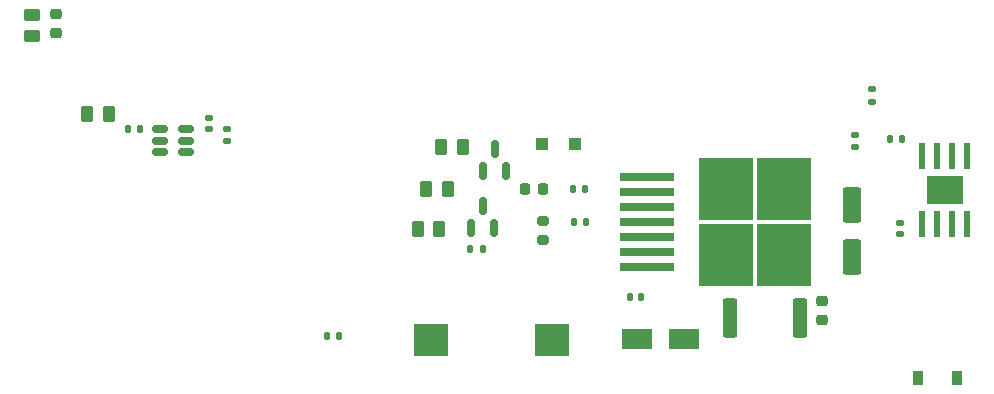
<source format=gtp>
%TF.GenerationSoftware,KiCad,Pcbnew,(6.0.9)*%
%TF.CreationDate,2022-12-23T09:31:32-06:00*%
%TF.ProjectId,CatFeeder,43617446-6565-4646-9572-2e6b69636164,rev?*%
%TF.SameCoordinates,Original*%
%TF.FileFunction,Paste,Top*%
%TF.FilePolarity,Positive*%
%FSLAX46Y46*%
G04 Gerber Fmt 4.6, Leading zero omitted, Abs format (unit mm)*
G04 Created by KiCad (PCBNEW (6.0.9)) date 2022-12-23 09:31:32*
%MOMM*%
%LPD*%
G01*
G04 APERTURE LIST*
G04 Aperture macros list*
%AMRoundRect*
0 Rectangle with rounded corners*
0 $1 Rounding radius*
0 $2 $3 $4 $5 $6 $7 $8 $9 X,Y pos of 4 corners*
0 Add a 4 corners polygon primitive as box body*
4,1,4,$2,$3,$4,$5,$6,$7,$8,$9,$2,$3,0*
0 Add four circle primitives for the rounded corners*
1,1,$1+$1,$2,$3*
1,1,$1+$1,$4,$5*
1,1,$1+$1,$6,$7*
1,1,$1+$1,$8,$9*
0 Add four rect primitives between the rounded corners*
20,1,$1+$1,$2,$3,$4,$5,0*
20,1,$1+$1,$4,$5,$6,$7,0*
20,1,$1+$1,$6,$7,$8,$9,0*
20,1,$1+$1,$8,$9,$2,$3,0*%
G04 Aperture macros list end*
%ADD10RoundRect,0.250000X-0.450000X0.262500X-0.450000X-0.262500X0.450000X-0.262500X0.450000X0.262500X0*%
%ADD11RoundRect,0.250000X-0.262500X-0.450000X0.262500X-0.450000X0.262500X0.450000X-0.262500X0.450000X0*%
%ADD12RoundRect,0.140000X0.170000X-0.140000X0.170000X0.140000X-0.170000X0.140000X-0.170000X-0.140000X0*%
%ADD13R,0.900000X1.200000*%
%ADD14RoundRect,0.135000X0.135000X0.185000X-0.135000X0.185000X-0.135000X-0.185000X0.135000X-0.185000X0*%
%ADD15RoundRect,0.140000X0.140000X0.170000X-0.140000X0.170000X-0.140000X-0.170000X0.140000X-0.170000X0*%
%ADD16RoundRect,0.150000X0.150000X-0.587500X0.150000X0.587500X-0.150000X0.587500X-0.150000X-0.587500X0*%
%ADD17RoundRect,0.250000X-0.362500X-1.425000X0.362500X-1.425000X0.362500X1.425000X-0.362500X1.425000X0*%
%ADD18RoundRect,0.135000X-0.135000X-0.185000X0.135000X-0.185000X0.135000X0.185000X-0.135000X0.185000X0*%
%ADD19RoundRect,0.150000X-0.512500X-0.150000X0.512500X-0.150000X0.512500X0.150000X-0.512500X0.150000X0*%
%ADD20RoundRect,0.225000X0.225000X0.250000X-0.225000X0.250000X-0.225000X-0.250000X0.225000X-0.250000X0*%
%ADD21RoundRect,0.135000X0.185000X-0.135000X0.185000X0.135000X-0.185000X0.135000X-0.185000X-0.135000X0*%
%ADD22R,2.500000X1.800000*%
%ADD23R,4.550000X5.250000*%
%ADD24R,4.600000X0.800000*%
%ADD25R,3.100000X2.400000*%
%ADD26R,0.500000X2.200000*%
%ADD27RoundRect,0.140000X-0.140000X-0.170000X0.140000X-0.170000X0.140000X0.170000X-0.140000X0.170000X0*%
%ADD28RoundRect,0.250000X0.550000X-1.250000X0.550000X1.250000X-0.550000X1.250000X-0.550000X-1.250000X0*%
%ADD29R,2.920000X2.790000*%
%ADD30RoundRect,0.200000X0.275000X-0.200000X0.275000X0.200000X-0.275000X0.200000X-0.275000X-0.200000X0*%
%ADD31RoundRect,0.218750X-0.256250X0.218750X-0.256250X-0.218750X0.256250X-0.218750X0.256250X0.218750X0*%
%ADD32RoundRect,0.135000X-0.185000X0.135000X-0.185000X-0.135000X0.185000X-0.135000X0.185000X0.135000X0*%
%ADD33R,1.100000X1.100000*%
G04 APERTURE END LIST*
D10*
%TO.C,R2*%
X112014000Y-70131200D03*
X112014000Y-71956200D03*
%TD*%
D11*
%TO.C,R12*%
X144677500Y-88235500D03*
X146502500Y-88235500D03*
%TD*%
%TO.C,R7*%
X146661500Y-81280000D03*
X148486500Y-81280000D03*
%TD*%
%TO.C,R6*%
X145391500Y-84836000D03*
X147216500Y-84836000D03*
%TD*%
%TO.C,R3*%
X116689500Y-78486000D03*
X118514500Y-78486000D03*
%TD*%
D12*
%TO.C,C2*%
X127000000Y-79804200D03*
X127000000Y-78844200D03*
%TD*%
D13*
%TO.C,D3*%
X187072000Y-100838000D03*
X190372000Y-100838000D03*
%TD*%
D14*
%TO.C,R11*%
X185650600Y-80645000D03*
X184630600Y-80645000D03*
%TD*%
D15*
%TO.C,C1*%
X121130000Y-79756000D03*
X120170000Y-79756000D03*
%TD*%
D16*
%TO.C,Q1*%
X150228000Y-83331000D03*
X152128000Y-83331000D03*
X151178000Y-81456000D03*
%TD*%
D17*
%TO.C,R8*%
X171148100Y-95840600D03*
X177073100Y-95840600D03*
%TD*%
D18*
%TO.C,R1*%
X137005600Y-97307400D03*
X138025600Y-97307400D03*
%TD*%
D19*
%TO.C,U1*%
X122814500Y-79822000D03*
X122814500Y-80772000D03*
X122814500Y-81722000D03*
X125089500Y-81722000D03*
X125089500Y-80772000D03*
X125089500Y-79822000D03*
%TD*%
D20*
%TO.C,C10*%
X155321000Y-84836000D03*
X153771000Y-84836000D03*
%TD*%
D21*
%TO.C,R10*%
X183159400Y-77472000D03*
X183159400Y-76452000D03*
%TD*%
D22*
%TO.C,D2*%
X167214000Y-97555000D03*
X163214000Y-97555000D03*
%TD*%
D12*
%TO.C,C4*%
X185470800Y-88678100D03*
X185470800Y-87718100D03*
%TD*%
D16*
%TO.C,Q2*%
X149212000Y-88157000D03*
X151112000Y-88157000D03*
X150162000Y-86282000D03*
%TD*%
D18*
%TO.C,R15*%
X149144800Y-89916000D03*
X150164800Y-89916000D03*
%TD*%
D23*
%TO.C,U2*%
X170802000Y-90443000D03*
X170802000Y-84893000D03*
X175652000Y-90443000D03*
X175652000Y-84893000D03*
D24*
X164077000Y-83858000D03*
X164077000Y-85128000D03*
X164077000Y-86398000D03*
X164077000Y-87668000D03*
X164077000Y-88938000D03*
X164077000Y-90208000D03*
X164077000Y-91478000D03*
%TD*%
D25*
%TO.C,U3*%
X189306200Y-84928300D03*
D26*
X191211200Y-82053300D03*
X189941200Y-82053300D03*
X188671200Y-82053300D03*
X187401200Y-82053300D03*
X187401200Y-87803300D03*
X188671200Y-87803300D03*
X189941200Y-87803300D03*
X191211200Y-87803300D03*
%TD*%
D27*
%TO.C,C8*%
X162616000Y-93980000D03*
X163576000Y-93980000D03*
%TD*%
D14*
%TO.C,R14*%
X158845000Y-84836000D03*
X157825000Y-84836000D03*
%TD*%
D28*
%TO.C,C3*%
X181457600Y-90607600D03*
X181457600Y-86207600D03*
%TD*%
D29*
%TO.C,L1*%
X145761000Y-97655000D03*
X156061000Y-97655000D03*
%TD*%
D30*
%TO.C,R5*%
X155308000Y-89236000D03*
X155308000Y-87586000D03*
%TD*%
D31*
%TO.C,D1*%
X114046000Y-71653500D03*
X114046000Y-70078500D03*
%TD*%
D32*
%TO.C,R9*%
X181711600Y-80338200D03*
X181711600Y-81358200D03*
%TD*%
D18*
%TO.C,R13*%
X157907000Y-87649000D03*
X158927000Y-87649000D03*
%TD*%
D31*
%TO.C,D5*%
X178943000Y-94360900D03*
X178943000Y-95935900D03*
%TD*%
D33*
%TO.C,D4*%
X157978000Y-81045000D03*
X155178000Y-81045000D03*
%TD*%
D21*
%TO.C,R4*%
X128498600Y-80824800D03*
X128498600Y-79804800D03*
%TD*%
M02*

</source>
